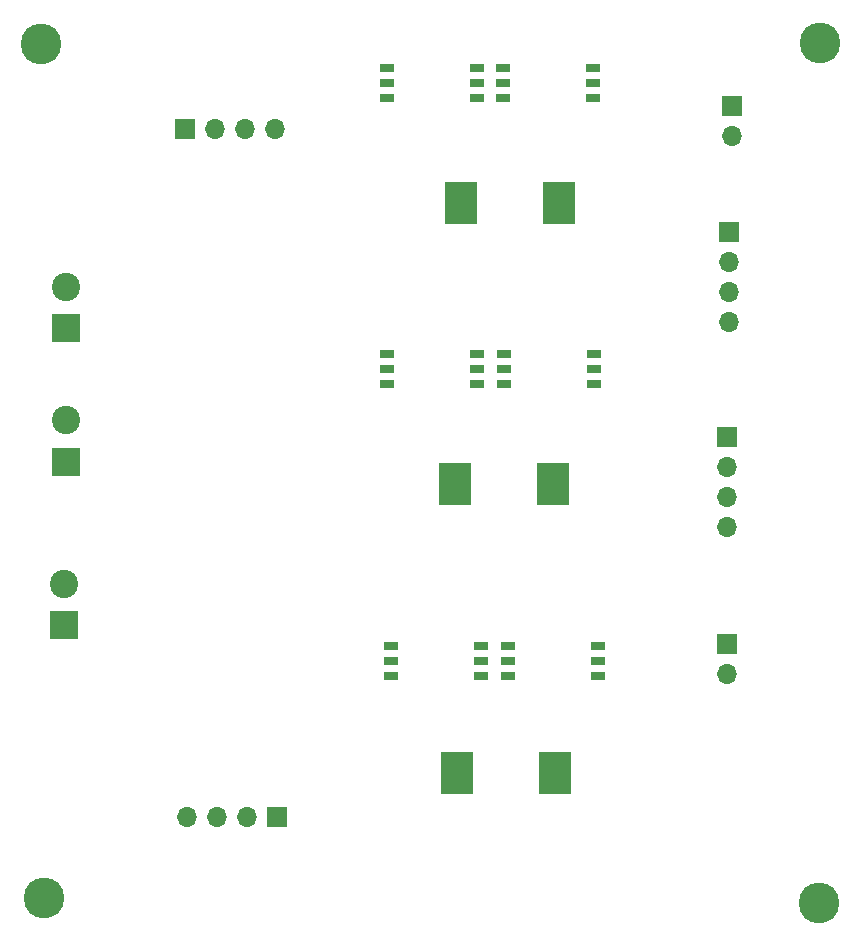
<source format=gbr>
%TF.GenerationSoftware,KiCad,Pcbnew,7.0.2*%
%TF.CreationDate,2023-05-19T15:17:25+02:00*%
%TF.ProjectId,78_1x39_1mm Solr tile,37382c31-7833-4392-9c31-6d6d20536f6c,rev?*%
%TF.SameCoordinates,Original*%
%TF.FileFunction,Soldermask,Top*%
%TF.FilePolarity,Negative*%
%FSLAX46Y46*%
G04 Gerber Fmt 4.6, Leading zero omitted, Abs format (unit mm)*
G04 Created by KiCad (PCBNEW 7.0.2) date 2023-05-19 15:17:25*
%MOMM*%
%LPD*%
G01*
G04 APERTURE LIST*
%ADD10R,2.700000X3.600000*%
%ADD11R,1.270000X0.760000*%
%ADD12C,3.450000*%
%ADD13R,1.700000X1.700000*%
%ADD14O,1.700000X1.700000*%
%ADD15R,2.400000X2.400000*%
%ADD16C,2.400000*%
G04 APERTURE END LIST*
D10*
%TO.C,ML1*%
X81100000Y-53390000D03*
X72800000Y-53390000D03*
%TD*%
%TO.C,ML5*%
X80710000Y-101710000D03*
X72410000Y-101710000D03*
%TD*%
D11*
%TO.C,J5*%
X84355000Y-93485000D03*
X84355000Y-92215000D03*
X84355000Y-90945000D03*
X76735000Y-90945000D03*
X76735000Y-92215000D03*
X76735000Y-93485000D03*
%TD*%
%TO.C,J1*%
X83975000Y-44545000D03*
X83975000Y-43275000D03*
X83975000Y-42005000D03*
X76355000Y-42005000D03*
X76355000Y-43275000D03*
X76355000Y-44545000D03*
%TD*%
D12*
%TO.C,REF\u002A\u002A*%
X103080000Y-112690000D03*
%TD*%
D11*
%TO.C,J4*%
X84000000Y-68730000D03*
X84000000Y-67460000D03*
X84000000Y-66190000D03*
X76380000Y-66190000D03*
X76380000Y-67460000D03*
X76380000Y-68730000D03*
%TD*%
D10*
%TO.C,ML3*%
X80530000Y-77170000D03*
X72230000Y-77170000D03*
%TD*%
D11*
%TO.C,J2*%
X74115000Y-44485000D03*
X74115000Y-43215000D03*
X74115000Y-41945000D03*
X66495000Y-41945000D03*
X66495000Y-43215000D03*
X66495000Y-44485000D03*
%TD*%
%TO.C,J6*%
X74415000Y-93485000D03*
X74415000Y-92215000D03*
X74415000Y-90945000D03*
X66795000Y-90945000D03*
X66795000Y-92215000D03*
X66795000Y-93485000D03*
%TD*%
D12*
%TO.C,REF\u002A\u002A*%
X37440000Y-112260000D03*
%TD*%
D11*
%TO.C,J3*%
X74120000Y-68750000D03*
X74120000Y-67480000D03*
X74120000Y-66210000D03*
X66500000Y-66210000D03*
X66500000Y-67480000D03*
X66500000Y-68750000D03*
%TD*%
D12*
%TO.C,REF\u002A\u002A*%
X103120000Y-39840000D03*
%TD*%
%TO.C,REF\u002A\u002A*%
X37190000Y-39940000D03*
%TD*%
D13*
%TO.C,J8*%
X95320000Y-73240000D03*
D14*
X95320000Y-75780000D03*
X95320000Y-78320000D03*
X95320000Y-80860000D03*
%TD*%
D13*
%TO.C,J14*%
X57160000Y-105390000D03*
D14*
X54620000Y-105390000D03*
X52080000Y-105390000D03*
X49540000Y-105390000D03*
%TD*%
D13*
%TO.C,J7*%
X95310000Y-90790000D03*
D14*
X95310000Y-93330000D03*
%TD*%
D13*
%TO.C,J15*%
X49400000Y-47120000D03*
D14*
X51940000Y-47120000D03*
X54480000Y-47120000D03*
X57020000Y-47120000D03*
%TD*%
D15*
%TO.C,J11*%
X39310000Y-63990000D03*
D16*
X39310000Y-60490000D03*
%TD*%
D13*
%TO.C,J9*%
X95450000Y-55870000D03*
D14*
X95450000Y-58410000D03*
X95450000Y-60950000D03*
X95450000Y-63490000D03*
%TD*%
D15*
%TO.C,J13*%
X39170000Y-89180000D03*
D16*
X39170000Y-85680000D03*
%TD*%
D13*
%TO.C,J10*%
X95680000Y-45230000D03*
D14*
X95680000Y-47770000D03*
%TD*%
D15*
%TO.C,J12*%
X39360000Y-75310000D03*
D16*
X39360000Y-71810000D03*
%TD*%
M02*

</source>
